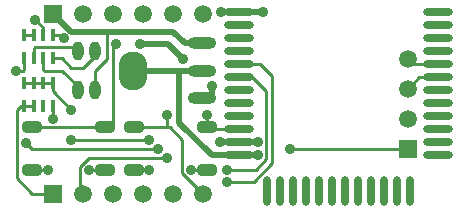
<source format=gtl>
G04 #@! TF.GenerationSoftware,KiCad,Pcbnew,(5.0.1)-3*
G04 #@! TF.CreationDate,2018-11-04T22:42:31+07:00*
G04 #@! TF.ProjectId,receiver,72656365697665722E6B696361645F70,rev?*
G04 #@! TF.SameCoordinates,Original*
G04 #@! TF.FileFunction,Copper,L1,Top,Signal*
G04 #@! TF.FilePolarity,Positive*
%FSLAX46Y46*%
G04 Gerber Fmt 4.6, Leading zero omitted, Abs format (unit mm)*
G04 Created by KiCad (PCBNEW (5.0.1)-3) date 04-Nov-18 22:42:31*
%MOMM*%
%LPD*%
G01*
G04 APERTURE LIST*
G04 #@! TA.AperFunction,SMDPad,CuDef*
%ADD10O,0.700000X2.500000*%
G04 #@! TD*
G04 #@! TA.AperFunction,SMDPad,CuDef*
%ADD11O,2.500000X0.700000*%
G04 #@! TD*
G04 #@! TA.AperFunction,ComponentPad*
%ADD12C,1.500000*%
G04 #@! TD*
G04 #@! TA.AperFunction,ComponentPad*
%ADD13R,1.500000X1.500000*%
G04 #@! TD*
G04 #@! TA.AperFunction,SMDPad,CuDef*
%ADD14O,0.950000X1.600000*%
G04 #@! TD*
G04 #@! TA.AperFunction,SMDPad,CuDef*
%ADD15R,0.340000X1.000000*%
G04 #@! TD*
G04 #@! TA.AperFunction,SMDPad,CuDef*
%ADD16O,1.800000X1.100000*%
G04 #@! TD*
G04 #@! TA.AperFunction,SMDPad,CuDef*
%ADD17O,2.400000X1.000000*%
G04 #@! TD*
G04 #@! TA.AperFunction,SMDPad,CuDef*
%ADD18O,2.400000X3.300000*%
G04 #@! TD*
G04 #@! TA.AperFunction,ViaPad*
%ADD19C,0.889000*%
G04 #@! TD*
G04 #@! TA.AperFunction,Conductor*
%ADD20C,0.508000*%
G04 #@! TD*
G04 #@! TA.AperFunction,Conductor*
%ADD21C,0.254000*%
G04 #@! TD*
G04 APERTURE END LIST*
D10*
G04 #@! TO.P,U1,20*
G04 #@! TO.N,N/C*
X92454990Y71325000D03*
D11*
G04 #@! TO.P,U1,36*
X99255000Y86475000D03*
D10*
G04 #@! TO.P,U1,22*
X94655000Y71325000D03*
D11*
G04 #@! TO.P,U1,29*
X99255000Y78775000D03*
D10*
G04 #@! TO.P,U1,21*
X93555000Y71325000D03*
D11*
G04 #@! TO.P,U1,34*
X99255000Y84275000D03*
G04 #@! TO.P,U1,33*
X99255000Y83175000D03*
G04 #@! TO.P,U1,32*
G04 #@! TO.N,SWCLK*
X99255000Y82075000D03*
G04 #@! TO.P,U1,31*
G04 #@! TO.N,SWDIO*
X99255000Y80975000D03*
G04 #@! TO.P,U1,30*
G04 #@! TO.N,N/C*
X99255000Y79875000D03*
G04 #@! TO.P,U1,28*
X99255000Y77675000D03*
G04 #@! TO.P,U1,27*
X99255000Y76575000D03*
G04 #@! TO.P,U1,26*
X99255000Y75475000D03*
G04 #@! TO.P,U1,25*
X99255000Y74375000D03*
D10*
G04 #@! TO.P,U1,24*
X96855000Y71325000D03*
G04 #@! TO.P,U1,23*
X95755000Y71325000D03*
D11*
G04 #@! TO.P,U1,35*
X99255000Y85375000D03*
D10*
G04 #@! TO.P,U1,17*
X89155000Y71325000D03*
D11*
G04 #@! TO.P,U1,3*
X82355000Y84275000D03*
G04 #@! TO.P,U1,10*
G04 #@! TO.N,P-D3*
X82355000Y76575000D03*
G04 #@! TO.P,U1,2*
G04 #@! TO.N,N/C*
X82355000Y85375000D03*
D10*
G04 #@! TO.P,U1,15*
X86955000Y71325000D03*
G04 #@! TO.P,U1,14*
X85854990Y71325000D03*
G04 #@! TO.P,U1,13*
X84754990Y71325000D03*
D11*
G04 #@! TO.P,U1,11*
G04 #@! TO.N,GND*
X82355000Y75475000D03*
G04 #@! TO.P,U1,9*
G04 #@! TO.N,N/C*
X82355000Y77675000D03*
G04 #@! TO.P,U1,8*
X82355000Y78775000D03*
G04 #@! TO.P,U1,7*
X82355000Y79875000D03*
G04 #@! TO.P,U1,6*
G04 #@! TO.N,TXO_DIV*
X82355000Y80975000D03*
G04 #@! TO.P,U1,5*
G04 #@! TO.N,RXI*
X82355000Y82075000D03*
G04 #@! TO.P,U1,4*
G04 #@! TO.N,N/C*
X82355000Y83175000D03*
D10*
G04 #@! TO.P,U1,16*
X88055000Y71325000D03*
G04 #@! TO.P,U1,19*
X91355000Y71325000D03*
G04 #@! TO.P,U1,18*
X90254990Y71325000D03*
D11*
G04 #@! TO.P,U1,12*
G04 #@! TO.N,VCC*
X82355000Y74375000D03*
G04 #@! TO.P,U1,1*
G04 #@! TO.N,GND*
X82355000Y86475000D03*
G04 #@! TD*
D12*
G04 #@! TO.P,P1,6*
G04 #@! TO.N,P-D3*
X79375000Y71120000D03*
G04 #@! TO.P,P1,5*
G04 #@! TO.N,G-D2*
X76835000Y71120000D03*
G04 #@! TO.P,P1,4*
G04 #@! TO.N,GND*
X74295000Y71120000D03*
G04 #@! TO.P,P1,3*
X71755000Y71120000D03*
G04 #@! TO.P,P1,2*
G04 #@! TO.N,RXI*
X69215000Y71120000D03*
D13*
G04 #@! TO.P,P1,1*
G04 #@! TO.N,TXO*
X66675000Y71120000D03*
G04 #@! TD*
G04 #@! TO.P,P3,1*
G04 #@! TO.N,VCC*
X96655000Y74930000D03*
D12*
G04 #@! TO.P,P3,2*
G04 #@! TO.N,GND*
X96655000Y77470000D03*
G04 #@! TO.P,P3,3*
G04 #@! TO.N,SWDIO*
X96655000Y80010000D03*
G04 #@! TO.P,P3,4*
G04 #@! TO.N,SWCLK*
X96655000Y82550000D03*
G04 #@! TD*
D14*
G04 #@! TO.P,D1,3*
G04 #@! TO.N,B*
X70219000Y83209000D03*
G04 #@! TO.P,D1,4*
G04 #@! TO.N,G*
X68719000Y83209000D03*
G04 #@! TO.P,D1,2*
G04 #@! TO.N,VIN*
X70219000Y79859000D03*
G04 #@! TO.P,D1,1*
G04 #@! TO.N,R*
X68719000Y79859000D03*
G04 #@! TD*
D15*
G04 #@! TO.P,R1,4*
G04 #@! TO.N,N/C*
X65805000Y78502000D03*
G04 #@! TO.P,R1,6*
G04 #@! TO.N,TXO*
X65005000Y78502000D03*
G04 #@! TO.P,R1,8*
X64205000Y78502000D03*
G04 #@! TO.P,R1,2*
G04 #@! TO.N,GND*
X66605000Y78502000D03*
G04 #@! TO.P,R1,7*
G04 #@! TO.N,TXO_DIV*
X64205000Y80502000D03*
G04 #@! TO.P,R1,5*
X65005000Y80502000D03*
G04 #@! TO.P,R1,3*
X65805000Y80502000D03*
G04 #@! TO.P,R1,1*
X66605000Y80502000D03*
G04 #@! TD*
G04 #@! TO.P,R2,4*
G04 #@! TO.N,R*
X65805000Y82566000D03*
G04 #@! TO.P,R2,6*
G04 #@! TO.N,G*
X65005000Y82566000D03*
G04 #@! TO.P,R2,8*
G04 #@! TO.N,G-D2*
X64205000Y82566000D03*
G04 #@! TO.P,R2,2*
G04 #@! TO.N,B*
X66605000Y82566000D03*
G04 #@! TO.P,R2,7*
G04 #@! TO.N,NetR2_5*
X64205000Y84566000D03*
G04 #@! TO.P,R2,5*
X65005000Y84566000D03*
G04 #@! TO.P,R2,3*
G04 #@! TO.N,R-A2*
X65805000Y84566000D03*
G04 #@! TO.P,R2,1*
G04 #@! TO.N,B-A3*
X66605000Y84566000D03*
G04 #@! TD*
D16*
G04 #@! TO.P,B1,2*
G04 #@! TO.N,GND*
X73481000Y73080000D03*
X79681000Y73080000D03*
G04 #@! TO.P,B1,1*
G04 #@! TO.N,P-D3*
X79681000Y76780000D03*
X73481000Y76780000D03*
G04 #@! TD*
G04 #@! TO.P,B2,2*
G04 #@! TO.N,GND*
X64845000Y73080000D03*
X71045000Y73080000D03*
G04 #@! TO.P,B2,1*
G04 #@! TO.N,RST*
X71045000Y76780000D03*
X64845000Y76780000D03*
G04 #@! TD*
D17*
G04 #@! TO.P,U2,1*
G04 #@! TO.N,GND*
X79227000Y79234000D03*
G04 #@! TO.P,U2,2*
G04 #@! TO.N,VCC*
X79227000Y81534000D03*
G04 #@! TO.P,U2,3*
G04 #@! TO.N,VIN*
X79227000Y83834000D03*
D18*
G04 #@! TO.P,U2,4*
G04 #@! TO.N,VCC*
X73427000Y81534000D03*
G04 #@! TD*
D12*
G04 #@! TO.P,P2,6*
G04 #@! TO.N,R-A2*
X79375000Y86360000D03*
G04 #@! TO.P,P2,5*
G04 #@! TO.N,B-A3*
X76835000Y86360000D03*
G04 #@! TO.P,P2,4*
G04 #@! TO.N,5V0*
X74295000Y86360000D03*
G04 #@! TO.P,P2,3*
G04 #@! TO.N,RST*
X71755000Y86360000D03*
G04 #@! TO.P,P2,2*
G04 #@! TO.N,GND*
X69215000Y86360000D03*
D13*
G04 #@! TO.P,P2,1*
G04 #@! TO.N,VIN*
X66675000Y86360000D03*
G04 #@! TD*
D19*
G04 #@! TO.N,GND*
X77605000Y82550000D03*
X74033000Y83820000D03*
G04 #@! TO.N,R-A2*
X65151000Y85845180D03*
G04 #@! TO.N,B-A3*
X67537000Y84328000D03*
G04 #@! TO.N,P-D3*
X76327000Y77804000D03*
X79681000Y77804000D03*
G04 #@! TO.N,G-D2*
X75565000Y74930000D03*
X63527000Y81534000D03*
X64389000Y75438000D03*
G04 #@! TO.N,TXO_DIV*
X81407000Y73152000D03*
X74803000Y75692000D03*
X68199000Y75692000D03*
X68199000Y78232000D03*
G04 #@! TO.N,GND*
X80735000Y75475000D03*
X66605000Y77478000D03*
X80137000Y80264000D03*
X80835000Y86475000D03*
X84375000Y86475000D03*
X83997800Y75476100D03*
X78311000Y73080000D03*
X74751000Y73080000D03*
X69675000Y73080000D03*
X66215000Y73080000D03*
G04 #@! TO.N,VCC*
X86725000Y74930000D03*
X83997800Y74375000D03*
G04 #@! TO.N,RST*
X72009000Y83820000D03*
G04 #@! TO.N,RXI*
X81407000Y72136000D03*
X76327000Y74168000D03*
G04 #@! TD*
D20*
G04 #@! TO.N,GND*
X74033000Y83820000D02*
X76335000Y83820000D01*
X76335000Y83820000D02*
X77605000Y82550000D01*
D21*
G04 #@! TO.N,R-A2*
X65805000Y85191180D02*
X65805000Y84566000D01*
X65151000Y85845180D02*
X65805000Y85191180D01*
G04 #@! TO.N,B-A3*
X67199000Y84566000D02*
X67437000Y84328000D01*
X66605000Y84566000D02*
X67199000Y84566000D01*
G04 #@! TO.N,P-D3*
X76327000Y76780000D02*
X76509000Y76780000D01*
X73481000Y76780000D02*
X76327000Y76780000D01*
X76327000Y76780000D02*
X76327000Y77804000D01*
X77597000Y72898000D02*
X77597000Y75692000D01*
X76509000Y76780000D02*
X77597000Y75692000D01*
X79681000Y76780000D02*
X79886000Y76575000D01*
X79886000Y76575000D02*
X82105000Y76575000D01*
X77597000Y72898000D02*
X79375000Y71120000D01*
X79681000Y76780000D02*
X79681000Y77804000D01*
G04 #@! TO.N,G-D2*
X64897000Y74930000D02*
X75565000Y74930000D01*
X64389000Y75438000D02*
X64897000Y74930000D01*
X63627000Y81534000D02*
X64135000Y81534000D01*
X64135000Y81534000D02*
X64205000Y81604000D01*
X64205000Y81604000D02*
X64205000Y82566000D01*
G04 #@! TO.N,TXO*
X64205000Y78502000D02*
X65005000Y78502000D01*
X63897000Y78502000D02*
X64205000Y78502000D01*
X63564000Y78169000D02*
X63897000Y78502000D01*
X63564000Y72453000D02*
X63564000Y78169000D01*
X63564000Y72453000D02*
X64897000Y71120000D01*
X64897000Y71120000D02*
X66675000Y71120000D01*
G04 #@! TO.N,TXO_DIV*
X68199000Y75692000D02*
X74803000Y75692000D01*
X66605000Y79826000D02*
X68199000Y78232000D01*
X66605000Y79826000D02*
X66605000Y80502000D01*
X65805000Y80502000D02*
X66605000Y80502000D01*
X65005000Y80502000D02*
X65805000Y80502000D01*
X64205000Y80502000D02*
X65005000Y80502000D01*
X83490000Y80975000D02*
X82105000Y80975000D01*
X84678801Y79786199D02*
X83490000Y80975000D01*
X84678801Y74048119D02*
X84678801Y79786199D01*
X83782682Y73152000D02*
X84678801Y74048119D01*
X81407000Y73152000D02*
X83782682Y73152000D01*
G04 #@! TO.N,NetR2_5*
X64205000Y84566000D02*
X65005000Y84566000D01*
G04 #@! TO.N,G*
X68362000Y83566000D02*
X68719000Y83209000D01*
X65151000Y83566000D02*
X68362000Y83566000D01*
X65005000Y83420000D02*
X65151000Y83566000D01*
X65005000Y82566000D02*
X65005000Y83420000D01*
G04 #@! TO.N,B*
X70219000Y82792000D02*
X70219000Y83209000D01*
X69215000Y81788000D02*
X70219000Y82792000D01*
X68199000Y81788000D02*
X69215000Y81788000D01*
X67421000Y82566000D02*
X68199000Y81788000D01*
X66605000Y82566000D02*
X67421000Y82566000D01*
G04 #@! TO.N,R*
X68719000Y79859000D02*
X68719000Y80252000D01*
X67437000Y81534000D02*
X68719000Y80252000D01*
X65913000Y81534000D02*
X67437000Y81534000D01*
X65805000Y81642000D02*
X65913000Y81534000D01*
X65805000Y81642000D02*
X65805000Y82566000D01*
D20*
G04 #@! TO.N,GND*
X83007200Y86475000D02*
X84277200Y86475000D01*
X80835000Y86475000D02*
X82105000Y86475000D01*
X80835000Y75475000D02*
X82105000Y75475000D01*
D21*
X66605000Y77478000D02*
X66605000Y78502000D01*
X78411000Y73080000D02*
X79681000Y73080000D01*
X73481000Y73080000D02*
X74751000Y73080000D01*
X69775000Y73080000D02*
X71045000Y73080000D01*
X64845000Y73080000D02*
X66115000Y73080000D01*
D20*
X82677000Y75488800D02*
X83947000Y75488800D01*
X80137000Y79234000D02*
X80137000Y80264000D01*
D21*
G04 #@! TO.N,SWCLK*
X97130000Y82075000D02*
X96655000Y82550000D01*
X99255000Y82075000D02*
X97130000Y82075000D01*
G04 #@! TO.N,SWDIO*
X97620000Y80975000D02*
X96655000Y80010000D01*
X99255000Y80975000D02*
X97620000Y80975000D01*
D20*
G04 #@! TO.N,VCC*
X77343000Y77110670D02*
X77343000Y81534000D01*
X77343000Y77110670D02*
X80078670Y74375000D01*
X80078670Y74375000D02*
X82105000Y74375000D01*
X73427000Y81534000D02*
X79227000Y81534000D01*
X82600800Y74383900D02*
X83870800Y74383900D01*
D21*
X95651000Y74930000D02*
X86725000Y74930000D01*
X96655000Y74930000D02*
X95651000Y74930000D01*
G04 #@! TO.N,RST*
X71755000Y83566000D02*
X72009000Y83820000D01*
X71755000Y76962000D02*
X71755000Y83566000D01*
X71573000Y76780000D02*
X71755000Y76962000D01*
X71045000Y76780000D02*
X71573000Y76780000D01*
X64901000Y76724000D02*
X70989000Y76724000D01*
X70989000Y76724000D02*
X71045000Y76780000D01*
X64845000Y76780000D02*
X64901000Y76724000D01*
G04 #@! TO.N,RXI*
X69723000Y74168000D02*
X76327000Y74168000D01*
X68961000Y73406000D02*
X69723000Y74168000D01*
X68961000Y71374000D02*
X68961000Y73406000D01*
X68961000Y71374000D02*
X69215000Y71120000D01*
X84168000Y82075000D02*
X82105000Y82075000D01*
X85191600Y81051400D02*
X84168000Y82075000D01*
X85191600Y73695414D02*
X85191600Y81051400D01*
X83632186Y72136000D02*
X85191600Y73695414D01*
X81407000Y72136000D02*
X83632186Y72136000D01*
G04 #@! TO.N,VIN*
X71247000Y82550000D02*
X71247000Y84836000D01*
X70219000Y81522000D02*
X71247000Y82550000D01*
D20*
X68199000Y84836000D02*
X71247000Y84836000D01*
X77837000Y83834000D02*
X79227000Y83834000D01*
X76835000Y84836000D02*
X77837000Y83834000D01*
X71247000Y84836000D02*
X76835000Y84836000D01*
D21*
X70219000Y79859000D02*
X70219000Y81522000D01*
D20*
X66675000Y86360000D02*
X68199000Y84836000D01*
G04 #@! TD*
M02*

</source>
